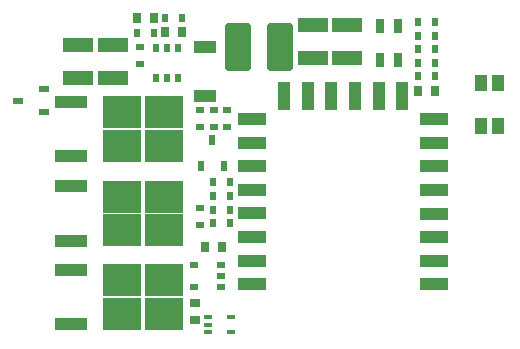
<source format=gbr>
%TF.GenerationSoftware,Altium Limited,Altium Designer,20.1.8 (145)*%
G04 Layer_Color=8421504*
%FSLAX24Y24*%
%MOIN*%
%TF.SameCoordinates,2251247C-4072-41CD-9A68-8E7E2D596FDF*%
%TF.FilePolarity,Positive*%
%TF.FileFunction,Paste,Top*%
%TF.Part,Single*%
G01*
G75*
%TA.AperFunction,SMDPad,CuDef*%
G04:AMPARAMS|DCode=11|XSize=21.7mil|YSize=31.5mil|CornerRadius=0.1mil|HoleSize=0mil|Usage=FLASHONLY|Rotation=270.000|XOffset=0mil|YOffset=0mil|HoleType=Round|Shape=RoundedRectangle|*
%AMROUNDEDRECTD11*
21,1,0.0217,0.0313,0,0,270.0*
21,1,0.0214,0.0315,0,0,270.0*
1,1,0.0002,-0.0156,-0.0107*
1,1,0.0002,-0.0156,0.0107*
1,1,0.0002,0.0156,0.0107*
1,1,0.0002,0.0156,-0.0107*
%
%ADD11ROUNDEDRECTD11*%
G04:AMPARAMS|DCode=12|XSize=55.1mil|YSize=41.3mil|CornerRadius=0.2mil|HoleSize=0mil|Usage=FLASHONLY|Rotation=90.000|XOffset=0mil|YOffset=0mil|HoleType=Round|Shape=RoundedRectangle|*
%AMROUNDEDRECTD12*
21,1,0.0551,0.0409,0,0,90.0*
21,1,0.0547,0.0413,0,0,90.0*
1,1,0.0004,0.0205,0.0274*
1,1,0.0004,0.0205,-0.0274*
1,1,0.0004,-0.0205,-0.0274*
1,1,0.0004,-0.0205,0.0274*
%
%ADD12ROUNDEDRECTD12*%
G04:AMPARAMS|DCode=13|XSize=33.5mil|YSize=23.6mil|CornerRadius=0.1mil|HoleSize=0mil|Usage=FLASHONLY|Rotation=270.000|XOffset=0mil|YOffset=0mil|HoleType=Round|Shape=RoundedRectangle|*
%AMROUNDEDRECTD13*
21,1,0.0335,0.0234,0,0,270.0*
21,1,0.0332,0.0236,0,0,270.0*
1,1,0.0002,-0.0117,-0.0166*
1,1,0.0002,-0.0117,0.0166*
1,1,0.0002,0.0117,0.0166*
1,1,0.0002,0.0117,-0.0166*
%
%ADD13ROUNDEDRECTD13*%
G04:AMPARAMS|DCode=14|XSize=21.7mil|YSize=29.5mil|CornerRadius=0.1mil|HoleSize=0mil|Usage=FLASHONLY|Rotation=270.000|XOffset=0mil|YOffset=0mil|HoleType=Round|Shape=RoundedRectangle|*
%AMROUNDEDRECTD14*
21,1,0.0217,0.0293,0,0,270.0*
21,1,0.0214,0.0295,0,0,270.0*
1,1,0.0002,-0.0147,-0.0107*
1,1,0.0002,-0.0147,0.0107*
1,1,0.0002,0.0147,0.0107*
1,1,0.0002,0.0147,-0.0107*
%
%ADD14ROUNDEDRECTD14*%
G04:AMPARAMS|DCode=15|XSize=29.5mil|YSize=21.7mil|CornerRadius=0.1mil|HoleSize=0mil|Usage=FLASHONLY|Rotation=90.000|XOffset=0mil|YOffset=0mil|HoleType=Round|Shape=RoundedRectangle|*
%AMROUNDEDRECTD15*
21,1,0.0295,0.0214,0,0,90.0*
21,1,0.0293,0.0217,0,0,90.0*
1,1,0.0002,0.0107,0.0147*
1,1,0.0002,0.0107,-0.0147*
1,1,0.0002,-0.0107,-0.0147*
1,1,0.0002,-0.0107,0.0147*
%
%ADD15ROUNDEDRECTD15*%
G04:AMPARAMS|DCode=17|XSize=37.4mil|YSize=104.3mil|CornerRadius=0.2mil|HoleSize=0mil|Usage=FLASHONLY|Rotation=90.000|XOffset=0mil|YOffset=0mil|HoleType=Round|Shape=RoundedRectangle|*
%AMROUNDEDRECTD17*
21,1,0.0374,0.1040,0,0,90.0*
21,1,0.0370,0.1043,0,0,90.0*
1,1,0.0004,0.0520,0.0185*
1,1,0.0004,0.0520,-0.0185*
1,1,0.0004,-0.0520,-0.0185*
1,1,0.0004,-0.0520,0.0185*
%
%ADD17ROUNDEDRECTD17*%
G04:AMPARAMS|DCode=18|XSize=13.8mil|YSize=23.6mil|CornerRadius=0.1mil|HoleSize=0mil|Usage=FLASHONLY|Rotation=90.000|XOffset=0mil|YOffset=0mil|HoleType=Round|Shape=RoundedRectangle|*
%AMROUNDEDRECTD18*
21,1,0.0138,0.0235,0,0,90.0*
21,1,0.0136,0.0236,0,0,90.0*
1,1,0.0001,0.0117,0.0068*
1,1,0.0001,0.0117,-0.0068*
1,1,0.0001,-0.0117,-0.0068*
1,1,0.0001,-0.0117,0.0068*
%
%ADD18ROUNDEDRECTD18*%
G04:AMPARAMS|DCode=19|XSize=33.5mil|YSize=23.6mil|CornerRadius=0.1mil|HoleSize=0mil|Usage=FLASHONLY|Rotation=180.000|XOffset=0mil|YOffset=0mil|HoleType=Round|Shape=RoundedRectangle|*
%AMROUNDEDRECTD19*
21,1,0.0335,0.0234,0,0,180.0*
21,1,0.0332,0.0236,0,0,180.0*
1,1,0.0002,-0.0166,0.0117*
1,1,0.0002,0.0166,0.0117*
1,1,0.0002,0.0166,-0.0117*
1,1,0.0002,-0.0166,-0.0117*
%
%ADD19ROUNDEDRECTD19*%
G04:AMPARAMS|DCode=20|XSize=21.7mil|YSize=31.5mil|CornerRadius=0.1mil|HoleSize=0mil|Usage=FLASHONLY|Rotation=180.000|XOffset=0mil|YOffset=0mil|HoleType=Round|Shape=RoundedRectangle|*
%AMROUNDEDRECTD20*
21,1,0.0217,0.0313,0,0,180.0*
21,1,0.0214,0.0315,0,0,180.0*
1,1,0.0002,-0.0107,0.0156*
1,1,0.0002,0.0107,0.0156*
1,1,0.0002,0.0107,-0.0156*
1,1,0.0002,-0.0107,-0.0156*
%
%ADD20ROUNDEDRECTD20*%
G04:AMPARAMS|DCode=21|XSize=29.5mil|YSize=21.7mil|CornerRadius=0.1mil|HoleSize=0mil|Usage=FLASHONLY|Rotation=180.000|XOffset=0mil|YOffset=0mil|HoleType=Round|Shape=RoundedRectangle|*
%AMROUNDEDRECTD21*
21,1,0.0295,0.0214,0,0,180.0*
21,1,0.0293,0.0217,0,0,180.0*
1,1,0.0002,-0.0147,0.0107*
1,1,0.0002,0.0147,0.0107*
1,1,0.0002,0.0147,-0.0107*
1,1,0.0002,-0.0147,-0.0107*
%
%ADD21ROUNDEDRECTD21*%
G04:AMPARAMS|DCode=22|XSize=100.4mil|YSize=47.2mil|CornerRadius=0.2mil|HoleSize=0mil|Usage=FLASHONLY|Rotation=0.000|XOffset=0mil|YOffset=0mil|HoleType=Round|Shape=RoundedRectangle|*
%AMROUNDEDRECTD22*
21,1,0.1004,0.0468,0,0,0.0*
21,1,0.0999,0.0472,0,0,0.0*
1,1,0.0005,0.0500,-0.0234*
1,1,0.0005,-0.0500,-0.0234*
1,1,0.0005,-0.0500,0.0234*
1,1,0.0005,0.0500,0.0234*
%
%ADD22ROUNDEDRECTD22*%
%TA.AperFunction,ConnectorPad*%
G04:AMPARAMS|DCode=23|XSize=43.3mil|YSize=90.6mil|CornerRadius=0.2mil|HoleSize=0mil|Usage=FLASHONLY|Rotation=270.000|XOffset=0mil|YOffset=0mil|HoleType=Round|Shape=RoundedRectangle|*
%AMROUNDEDRECTD23*
21,1,0.0433,0.0901,0,0,270.0*
21,1,0.0429,0.0906,0,0,270.0*
1,1,0.0004,-0.0451,-0.0214*
1,1,0.0004,-0.0451,0.0214*
1,1,0.0004,0.0451,0.0214*
1,1,0.0004,0.0451,-0.0214*
%
%ADD23ROUNDEDRECTD23*%
G04:AMPARAMS|DCode=24|XSize=43.3mil|YSize=90.6mil|CornerRadius=0.2mil|HoleSize=0mil|Usage=FLASHONLY|Rotation=0.000|XOffset=0mil|YOffset=0mil|HoleType=Round|Shape=RoundedRectangle|*
%AMROUNDEDRECTD24*
21,1,0.0433,0.0901,0,0,0.0*
21,1,0.0429,0.0906,0,0,0.0*
1,1,0.0004,0.0214,-0.0451*
1,1,0.0004,-0.0214,-0.0451*
1,1,0.0004,-0.0214,0.0451*
1,1,0.0004,0.0214,0.0451*
%
%ADD24ROUNDEDRECTD24*%
%TA.AperFunction,SMDPad,CuDef*%
G04:AMPARAMS|DCode=25|XSize=21.3mil|YSize=29.5mil|CornerRadius=0.1mil|HoleSize=0mil|Usage=FLASHONLY|Rotation=0.000|XOffset=0mil|YOffset=0mil|HoleType=Round|Shape=RoundedRectangle|*
%AMROUNDEDRECTD25*
21,1,0.0213,0.0293,0,0,0.0*
21,1,0.0210,0.0295,0,0,0.0*
1,1,0.0002,0.0105,-0.0147*
1,1,0.0002,-0.0105,-0.0147*
1,1,0.0002,-0.0105,0.0147*
1,1,0.0002,0.0105,0.0147*
%
%ADD25ROUNDEDRECTD25*%
G04:AMPARAMS|DCode=27|XSize=72.8mil|YSize=39.4mil|CornerRadius=0.2mil|HoleSize=0mil|Usage=FLASHONLY|Rotation=180.000|XOffset=0mil|YOffset=0mil|HoleType=Round|Shape=RoundedRectangle|*
%AMROUNDEDRECTD27*
21,1,0.0728,0.0390,0,0,180.0*
21,1,0.0724,0.0394,0,0,180.0*
1,1,0.0004,-0.0362,0.0195*
1,1,0.0004,0.0362,0.0195*
1,1,0.0004,0.0362,-0.0195*
1,1,0.0004,-0.0362,-0.0195*
%
%ADD27ROUNDEDRECTD27*%
G04:AMPARAMS|DCode=28|XSize=157.5mil|YSize=86.6mil|CornerRadius=8.7mil|HoleSize=0mil|Usage=FLASHONLY|Rotation=90.000|XOffset=0mil|YOffset=0mil|HoleType=Round|Shape=RoundedRectangle|*
%AMROUNDEDRECTD28*
21,1,0.1575,0.0693,0,0,90.0*
21,1,0.1402,0.0866,0,0,90.0*
1,1,0.0173,0.0346,0.0701*
1,1,0.0173,0.0346,-0.0701*
1,1,0.0173,-0.0346,-0.0701*
1,1,0.0173,-0.0346,0.0701*
%
%ADD28ROUNDEDRECTD28*%
%TA.AperFunction,NonConductor*%
%ADD64R,0.1309X0.1063*%
%ADD65R,0.1309X0.1063*%
%ADD66R,0.0300X0.0450*%
D11*
X787Y9490D02*
D03*
X1653Y9864D02*
D03*
Y9116D02*
D03*
D12*
X16208Y8661D02*
D03*
X16779D02*
D03*
Y10079D02*
D03*
X16208D02*
D03*
D13*
X7003Y4600D02*
D03*
X7573D02*
D03*
X4737Y12233D02*
D03*
X5308D02*
D03*
X5693Y11781D02*
D03*
X6264D02*
D03*
X14684Y9821D02*
D03*
X14113D02*
D03*
D14*
X7563Y3276D02*
D03*
Y3650D02*
D03*
Y4024D02*
D03*
X6637D02*
D03*
Y3276D02*
D03*
D15*
X14684Y11663D02*
D03*
X14113D02*
D03*
X14684Y11207D02*
D03*
X14113D02*
D03*
Y12116D02*
D03*
X14684D02*
D03*
X14113Y10754D02*
D03*
X14684D02*
D03*
Y10301D02*
D03*
X14113D02*
D03*
X5308Y11740D02*
D03*
X4737D02*
D03*
X7295Y6770D02*
D03*
X7865D02*
D03*
X7295Y6310D02*
D03*
X7865D02*
D03*
X6264Y12260D02*
D03*
X5693D02*
D03*
X7295Y5856D02*
D03*
X7866D02*
D03*
X7295Y5401D02*
D03*
X7866D02*
D03*
D17*
X2548Y2044D02*
D03*
Y3847D02*
D03*
Y6633D02*
D03*
Y4830D02*
D03*
Y7636D02*
D03*
Y9439D02*
D03*
D18*
X7899Y2286D02*
D03*
Y1774D02*
D03*
X7132D02*
D03*
X7131Y2030D02*
D03*
X7132Y2286D02*
D03*
D19*
X6672Y2164D02*
D03*
Y2735D02*
D03*
D20*
X6890Y7325D02*
D03*
X7638D02*
D03*
X7264Y8191D02*
D03*
D21*
X6860Y5916D02*
D03*
Y5345D02*
D03*
X4835Y10722D02*
D03*
Y11292D02*
D03*
X7306Y9169D02*
D03*
Y8598D02*
D03*
X6854D02*
D03*
Y9169D02*
D03*
X7759Y8598D02*
D03*
Y9169D02*
D03*
D22*
X3936Y11349D02*
D03*
Y10247D02*
D03*
X10601Y10911D02*
D03*
Y12014D02*
D03*
X2776Y11349D02*
D03*
Y10247D02*
D03*
X11763Y10911D02*
D03*
Y12014D02*
D03*
D23*
X14652Y3373D02*
D03*
Y8083D02*
D03*
X8580Y8883D02*
D03*
X14652Y4153D02*
D03*
Y4943D02*
D03*
Y5723D02*
D03*
Y6523D02*
D03*
Y7303D02*
D03*
Y8873D02*
D03*
X8580Y8093D02*
D03*
Y7313D02*
D03*
X8590Y6523D02*
D03*
Y5733D02*
D03*
Y4953D02*
D03*
Y4153D02*
D03*
Y3373D02*
D03*
D24*
X13591Y9653D02*
D03*
X12811D02*
D03*
X12031D02*
D03*
X11231D02*
D03*
X10451D02*
D03*
X9651D02*
D03*
D25*
X6133Y11251D02*
D03*
X5759D02*
D03*
X5385D02*
D03*
X6133Y10247D02*
D03*
X5759D02*
D03*
X5385D02*
D03*
D27*
X7028Y9639D02*
D03*
Y11293D02*
D03*
D28*
X9509Y11265D02*
D03*
X8131D02*
D03*
D64*
X4266Y3507D02*
D03*
Y2385D02*
D03*
X5634D02*
D03*
Y5171D02*
D03*
X4266D02*
D03*
Y6293D02*
D03*
Y9099D02*
D03*
Y7977D02*
D03*
X5634D02*
D03*
D65*
Y3507D02*
D03*
Y6293D02*
D03*
Y9099D02*
D03*
D66*
X12838Y11985D02*
D03*
X13438D02*
D03*
Y10835D02*
D03*
X12838D02*
D03*
%TF.MD5,561742cacce1ee1d2fc29edc97377289*%
M02*

</source>
